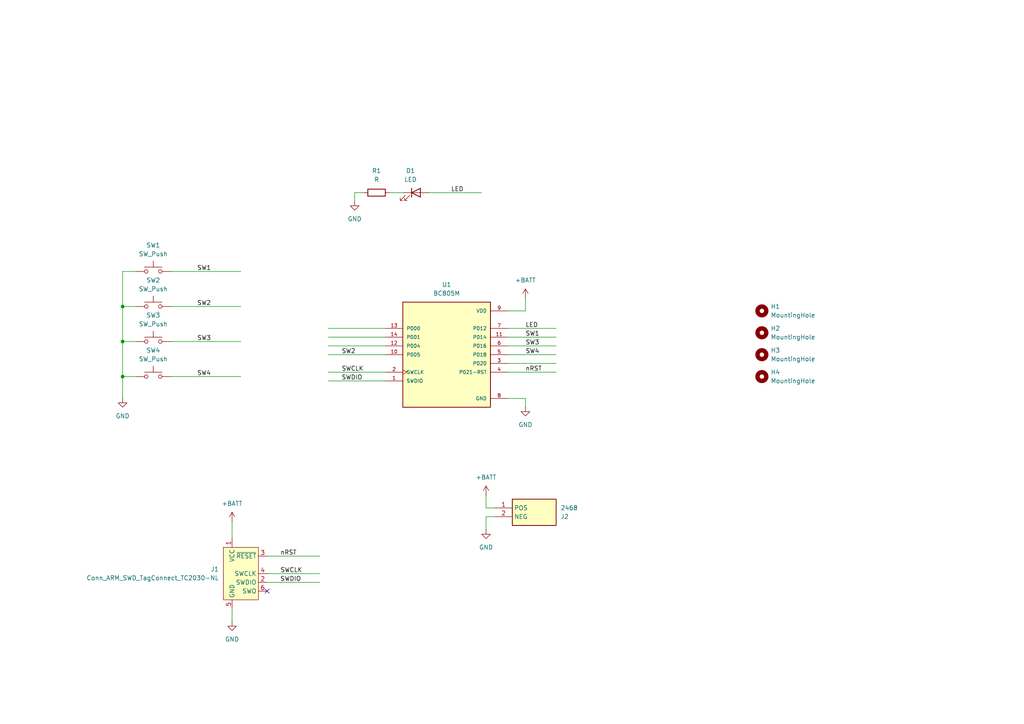
<source format=kicad_sch>
(kicad_sch (version 20231120) (generator "eeschema") (generator_version "8.0")
  (paper "A4")
  (lib_symbols
    (symbol "2468:2468"
      (property "Reference" "J" (at 19.05 7.62 0))
      (property "Value" "2468" (at 19.05 5.08 0))
      (symbol "2468_1_1"
        (rectangle (start 5.08 2.54) (end 17.78 -5.08) (stroke (width 0.254)) (fill (type background)))
        (pin passive line (at 0 -2.54 0) (length 5.08) (name "POS") (number "1"))
        (pin passive line (at 0 0 0) (length 5.08) (name "NEG") (number "2"))
      )
    )
    (symbol "BC805M:BC805M" (pin_names (offset 1.016))
      (property "Reference" "U" (at -12.7 16.002 0))
      (property "Value" "BC805M" (at -12.7 -17.78 0))
      (symbol "BC805M_0_0"
        (rectangle (start -12.7 -15.24) (end 12.7 15.24) (stroke (width 0.254)) (fill (type background)))
        (pin bidirectional line (at -17.78 -7.62 0) (length 5.08) (name "SWDIO") (number "1"))
        (pin bidirectional line (at -17.78 0 0) (length 5.08) (name "P005") (number "10"))
        (pin bidirectional line (at 17.78 5.08 180) (length 5.08) (name "P014") (number "11"))
        (pin bidirectional line (at -17.78 2.54 0) (length 5.08) (name "P004") (number "12"))
        (pin bidirectional line (at -17.78 7.62 0) (length 5.08) (name "P000") (number "13"))
        (pin bidirectional line (at -17.78 5.08 0) (length 5.08) (name "P001") (number "14"))
        (pin input clock (at -17.78 -5.08 0) (length 5.08) (name "SWCLK") (number "2"))
        (pin bidirectional line (at 17.78 -2.54 180) (length 5.08) (name "P020") (number "3"))
        (pin bidirectional line (at 17.78 -5.08 180) (length 5.08) (name "P021-RST") (number "4"))
        (pin bidirectional line (at 17.78 0 180) (length 5.08) (name "P018") (number "5"))
        (pin bidirectional line (at 17.78 2.54 180) (length 5.08) (name "P016") (number "6"))
        (pin bidirectional line (at 17.78 7.62 180) (length 5.08) (name "P012") (number "7"))
        (pin power_in line (at 17.78 -12.7 180) (length 5.08) (name "GND") (number "8"))
        (pin power_in line (at 17.78 12.7 180) (length 5.08) (name "VDD") (number "9"))
      )
    )
    (symbol "Connector:Conn_ARM_SWD_TagConnect_TC2030-NL" (in_bom no)
      (property "Reference" "J" (at 2.54 11.43 0))
      (property "Value" "Conn_ARM_SWD_TagConnect_TC2030-NL" (at 2.54 8.89 0))
      (symbol "Conn_ARM_SWD_TagConnect_TC2030-NL_0_0"
        (pin power_in line (at -2.54 10.16 270) (length 2.54) (name "VCC") (number "1"))
        (pin bidirectional line (at 7.62 -2.54 180) (length 2.54) (name "SWDIO") (number "2"))
        (pin open_collector line (at 7.62 5.08 180) (length 2.54) (name "~{RESET}") (number "3"))
        (pin output line (at 7.62 0 180) (length 2.54) (name "SWCLK") (number "4"))
        (pin power_in line (at -2.54 -10.16 90) (length 2.54) (name "GND") (number "5"))
        (pin input line (at 7.62 -5.08 180) (length 2.54) (name "SWO") (number "6"))
      )
      (symbol "Conn_ARM_SWD_TagConnect_TC2030-NL_0_1"
        (rectangle (start -5.08 7.62) (end 5.08 -7.62) (fill (type background)))
      )
    )
    (symbol "Device:LED" (pin_numbers hide) (pin_names (offset 1.016) hide)
      (property "Reference" "D" (at 0 2.54 0))
      (property "Value" "LED" (at 0 -2.54 0))
      (symbol "LED_0_1"
        (polyline (pts (xy -1.27 -1.27) (xy -1.27 1.27)) (stroke (width 0.254)))
        (polyline (pts (xy -1.27 0) (xy 1.27 0)))
        (polyline (pts (xy 1.27 -1.27) (xy 1.27 1.27) (xy -1.27 0) (xy 1.27 -1.27)) (stroke (width 0.254)))
        (polyline (pts (xy -3.048 -0.762) (xy -4.572 -2.286) (xy -3.81 -2.286) (xy -4.572 -2.286) (xy -4.572 -1.524)))
        (polyline (pts (xy -1.778 -0.762) (xy -3.302 -2.286) (xy -2.54 -2.286) (xy -3.302 -2.286) (xy -3.302 -1.524)))
      )
      (symbol "LED_1_1"
        (pin passive line (at -3.81 0 0) (length 2.54) (name "K") (number "1"))
        (pin passive line (at 3.81 0 180) (length 2.54) (name "A") (number "2"))
      )
    )
    (symbol "Device:R" (pin_numbers hide) (pin_names (offset 0))
      (property "Reference" "R" (at 2.032 0 90))
      (property "Value" "R" (at 0 0 90))
      (symbol "R_0_1"
        (rectangle (start -1.016 -2.54) (end 1.016 2.54) (stroke (width 0.254)))
      )
      (symbol "R_1_1"
        (pin passive line (at 0 3.81 270) (length 1.27) (name "~") (number "1"))
        (pin passive line (at 0 -3.81 90) (length 1.27) (name "~") (number "2"))
      )
    )
    (symbol "Mechanical:MountingHole" (pin_names (offset 1.016)) (exclude_from_sim yes) (in_bom no)
      (property "Reference" "H" (at 0 5.08 0))
      (property "Value" "MountingHole" (at 0 3.175 0))
      (symbol "MountingHole_0_1"
        (circle (center 0 0) (radius 1.27) (stroke (width 1.27)))
      )
    )
    (symbol "Switch:SW_Push" (pin_numbers hide) (pin_names (offset 1.016) hide)
      (property "Reference" "SW" (at 1.27 2.54 0))
      (property "Value" "SW_Push" (at 0 -1.524 0))
      (symbol "SW_Push_0_1"
        (circle (center -2.032 0) (radius 0.508))
        (polyline (pts (xy 0 1.27) (xy 0 3.048)))
        (polyline (pts (xy 2.54 1.27) (xy -2.54 1.27)))
        (circle (center 2.032 0) (radius 0.508))
        (pin passive line (at -5.08 0 0) (length 2.54) (name "1") (number "1"))
        (pin passive line (at 5.08 0 180) (length 2.54) (name "2") (number "2"))
      )
    )
    (symbol "power:+BATT" (power) (pin_numbers hide) (pin_names (offset 0) hide)
      (property "Value" "+BATT" (at 0 3.556 0))
      (symbol "+BATT_0_1"
        (polyline (pts (xy -0.762 1.27) (xy 0 2.54)))
        (polyline (pts (xy 0 0) (xy 0 2.54)))
        (polyline (pts (xy 0 2.54) (xy 0.762 1.27)))
      )
      (symbol "+BATT_1_1"
        (pin power_in line (at 0 0 90) (length 0) (name "~") (number "1"))
      )
    )
    (symbol "power:GND" (power) (pin_numbers hide) (pin_names (offset 0) hide)
      (property "Value" "GND" (at 0 -3.81 0))
      (symbol "GND_0_1"
        (polyline (pts (xy 0 0) (xy 0 -1.27) (xy 1.27 -1.27) (xy 0 -2.54) (xy -1.27 -1.27) (xy 0 -1.27)))
      )
      (symbol "GND_1_1"
        (pin power_in line (at 0 0 270) (length 0) (name "~") (number "1"))
      )
    )
  )
  (junction (at 35.56 99.06))
  (junction (at 35.56 109.22))
  (junction (at 35.56 88.9))
  (no_connect (at 77.47 171.45))
  (wire (pts (xy 95.25 95.25) (xy 111.76 95.25)))
  (wire (pts (xy 147.32 95.25) (xy 161.29 95.25)))
  (wire (pts (xy 35.56 99.06) (xy 35.56 109.22)))
  (wire (pts (xy 140.97 149.86) (xy 140.97 153.67)))
  (wire (pts (xy 49.53 109.22) (xy 69.85 109.22)))
  (wire (pts (xy 105.41 55.88) (xy 102.87 55.88)))
  (wire (pts (xy 147.32 97.79) (xy 161.29 97.79)))
  (wire (pts (xy 143.51 147.32) (xy 140.97 147.32)))
  (wire (pts (xy 143.51 149.86) (xy 140.97 149.86)))
  (wire (pts (xy 49.53 99.06) (xy 69.85 99.06)))
  (wire (pts (xy 95.25 107.95) (xy 111.76 107.95)))
  (wire (pts (xy 49.53 88.9) (xy 69.85 88.9)))
  (wire (pts (xy 147.32 115.57) (xy 152.4 115.57)))
  (wire (pts (xy 35.56 109.22) (xy 35.56 115.57)))
  (wire (pts (xy 140.97 147.32) (xy 140.97 143.51)))
  (wire (pts (xy 77.47 161.29) (xy 92.71 161.29)))
  (wire (pts (xy 152.4 86.36) (xy 152.4 90.17)))
  (wire (pts (xy 39.37 78.74) (xy 35.56 78.74)))
  (wire (pts (xy 102.87 55.88) (xy 102.87 58.42)))
  (wire (pts (xy 35.56 88.9) (xy 35.56 99.06)))
  (wire (pts (xy 49.53 78.74) (xy 69.85 78.74)))
  (wire (pts (xy 35.56 109.22) (xy 39.37 109.22)))
  (wire (pts (xy 95.25 102.87) (xy 111.76 102.87)))
  (wire (pts (xy 147.32 107.95) (xy 161.29 107.95)))
  (wire (pts (xy 35.56 99.06) (xy 39.37 99.06)))
  (wire (pts (xy 95.25 97.79) (xy 111.76 97.79)))
  (wire (pts (xy 147.32 102.87) (xy 161.29 102.87)))
  (wire (pts (xy 124.46 55.88) (xy 139.7 55.88)))
  (wire (pts (xy 147.32 105.41) (xy 161.29 105.41)))
  (wire (pts (xy 95.25 110.49) (xy 111.76 110.49)))
  (wire (pts (xy 67.31 180.34) (xy 67.31 176.53)))
  (wire (pts (xy 77.47 168.91) (xy 92.71 168.91)))
  (wire (pts (xy 77.47 166.37) (xy 92.71 166.37)))
  (wire (pts (xy 67.31 151.13) (xy 67.31 156.21)))
  (wire (pts (xy 147.32 100.33) (xy 161.29 100.33)))
  (wire (pts (xy 152.4 115.57) (xy 152.4 118.11)))
  (wire (pts (xy 95.25 100.33) (xy 111.76 100.33)))
  (wire (pts (xy 35.56 88.9) (xy 39.37 88.9)))
  (wire (pts (xy 152.4 90.17) (xy 147.32 90.17)))
  (wire (pts (xy 113.03 55.88) (xy 116.84 55.88)))
  (wire (pts (xy 35.56 78.74) (xy 35.56 88.9)))
  (label "nRST" (at 152.4 107.95 0))
  (label "SW2" (at 57.15 88.9 0))
  (label "SWCLK" (at 81.28 166.37 0))
  (label "SW2" (at 99.06 102.87 0))
  (label "LED" (at 152.4 95.25 0))
  (label "LED" (at 130.81 55.88 0))
  (label "SW1" (at 152.4 97.79 0))
  (label "SWDIO" (at 99.06 110.49 0))
  (label "SWCLK" (at 99.06 107.95 0))
  (label "SW3" (at 57.15 99.06 0))
  (label "nRST" (at 81.28 161.29 0))
  (label "SW4" (at 57.15 109.22 0))
  (label "SWDIO" (at 81.28 168.91 0))
  (label "SW3" (at 152.4 100.33 0))
  (label "SW1" (at 57.15 78.74 0))
  (label "SW4" (at 152.4 102.87 0))
  (symbol (lib_id "power:GND") (at 35.56 115.57 0) (unit 1)
    (property "Reference" "#PWR05" (effects (hide yes)))
    (property "Value" "GND" (at 35.56 120.65 0))
    (property "Description" "Power symbol creates a global label with name \"GND\" , ground" (effects (hide yes)))
  )
  (symbol (lib_id "Mechanical:MountingHole") (at 220.98 102.87 0) (unit 1) (exclude_from_sim yes) (in_bom no)
    (property "Reference" "H3" (at 223.52 101.5999 0) (effects (justify left)))
    (property "Value" "MountingHole" (at 223.52 104.1399 0) (effects (justify left)))
    (property "Footprint" "MountingHole:MountingHole_3.5mm" (effects (hide yes)))
    (property "Description" "Mounting Hole without connection" (effects (hide yes)))
  )
  (symbol (lib_id "Mechanical:MountingHole") (at 220.98 109.22 0) (unit 1) (exclude_from_sim yes) (in_bom no)
    (property "Reference" "H4" (at 223.52 107.9499 0) (effects (justify left)))
    (property "Value" "MountingHole" (at 223.52 110.4899 0) (effects (justify left)))
    (property "Footprint" "MountingHole:MountingHole_3.5mm" (effects (hide yes)))
    (property "Description" "Mounting Hole without connection" (effects (hide yes)))
  )
  (symbol (lib_id "power:+BATT") (at 152.4 86.36 0) (unit 1)
    (property "Reference" "#PWR04" (effects (hide yes)))
    (property "Value" "+BATT" (at 152.4 81.28 0))
    (property "Description" "Power symbol creates a global label with name \"+BATT\"" (effects (hide yes)))
  )
  (symbol (lib_id "power:GND") (at 152.4 118.11 0) (unit 1)
    (property "Reference" "#PWR02" (effects (hide yes)))
    (property "Value" "GND" (at 152.4 123.19 0))
    (property "Description" "Power symbol creates a global label with name \"GND\" , ground" (effects (hide yes)))
  )
  (symbol (lib_id "Connector:Conn_ARM_SWD_TagConnect_TC2030-NL") (at 69.85 166.37 0) (unit 1) (in_bom no)
    (property "Reference" "J1" (at 63.5 165.0999 0) (effects (justify right)))
    (property "Value" "Conn_ARM_SWD_TagConnect_TC2030-NL" (at 63.5 167.6399 0) (effects (justify right)))
    (property "Footprint" "Connector:Tag-Connect_TC2030-IDC-NL_2x03_P1.27mm_Vertical" (effects (hide yes)))
    (property "Datasheet" "https://www.tag-connect.com/wp-content/uploads/bsk-pdf-manager/TC2030-CTX_1.pdf" (effects (hide yes)))
    (property "Description" "Tag-Connect ARM Cortex SWD JTAG connector, 6 pin, no legs" (effects (hide yes)))
  )
  (symbol (lib_id "power:+BATT") (at 140.97 143.51 0) (unit 1)
    (property "Reference" "#PWR07" (effects (hide yes)))
    (property "Value" "+BATT" (at 140.97 138.43 0))
    (property "Description" "Power symbol creates a global label with name \"+BATT\"" (effects (hide yes)))
  )
  (symbol (lib_id "Switch:SW_Push") (at 44.45 109.22 0) (unit 1)
    (property "Reference" "SW4" (at 44.45 101.6 0))
    (property "Value" "SW_Push" (at 44.45 104.14 0))
    (property "Footprint" "Button_Switch_SMD:SW_SPST_PTS645" (effects (hide yes)))
    (property "Description" "Push button switch, generic, two pins" (effects (hide yes)))
  )
  (symbol (lib_id "BC805M:BC805M") (at 129.54 102.87 0) (unit 1)
    (property "Reference" "U1" (at 129.54 82.55 0))
    (property "Value" "BC805M" (at 129.54 85.09 0))
    (property "Footprint" "lib:XCVR_BC805M" (effects (hide yes)))
    (property "MF" "Fanstel Corp." (effects (hide yes)))
    (property "MAXIMUM_PACKAGE_HEIGHT" "1.9mm" (effects (hide yes)))
    (property "Package" "SMD-14 Fanstel Corp." (effects (hide yes)))
    (property "Price" "None" (effects (hide yes)))
    (property "Check_prices" "https://www.snapeda.com/parts/BC805M/Fanstel+Corp./view-part/?ref=eda" (effects (hide yes)))
    (property "STANDARD" "Manufacturer Recommendations" (effects (hide yes)))
    (property "PARTREV" "1.03" (effects (hide yes)))
    (property "SnapEDA_Link" "https://www.snapeda.com/parts/BC805M/Fanstel+Corp./view-part/?ref=snap" (effects (hide yes)))
    (property "MP" "BC805M" (effects (hide yes)))
    (property "Description_1" "\nBluetooth Bluetooth v5.2 Transceiver Module 2.4GHz PCB Trace Surface Mount\n" (effects (hide yes)))
    (property "MANUFACTURER" "Fanstel Corporation" (effects (hide yes)))
    (property "Availability" "In Stock" (effects (hide yes)))
    (property "SNAPEDA_PN" "BC805M" (effects (hide yes)))
  )
  (symbol (lib_id "2468:2468") (at 143.51 149.86 0) (mirror x) (unit 1)
    (property "Reference" "J2" (at 162.56 149.8601 0) (effects (justify left)))
    (property "Value" "2468" (at 162.56 147.3201 0) (effects (justify left)))
    (property "Footprint" "lib:2468" (effects (hide yes)))
    (property "Datasheet" "https://datasheet.datasheetarchive.com/originals/distributors/Datasheets-AE/DSA3AE00005.pdf" (effects (hide yes)))
    (property "Description" "Cylindrical Battery Contacts, Clips, Holders & Springs 2AAA PC MNT HOLDER" (effects (hide yes)))
    (property "Mouser Part Number" "534-2468" (effects (hide yes)))
    (property "Mouser Price/Stock" "https://www.mouser.co.uk/ProductDetail/Keystone-Electronics/2468?qs=3CbvriavsLAoISGi3MywrQ%3D%3D" (effects (hide yes)))
    (property "Manufacturer_Name" "Keystone Electronics" (effects (hide yes)))
    (property "Manufacturer_Part_Number" "2468" (effects (hide yes)))
  )
  (symbol (lib_id "power:GND") (at 102.87 58.42 0) (unit 1)
    (property "Reference" "#PWR06" (effects (hide yes)))
    (property "Value" "GND" (at 102.87 63.5 0))
    (property "Description" "Power symbol creates a global label with name \"GND\" , ground" (effects (hide yes)))
  )
  (symbol (lib_id "Device:LED") (at 120.65 55.88 0) (unit 1)
    (property "Reference" "D1" (at 119.0625 49.53 0))
    (property "Value" "LED" (at 119.0625 52.07 0))
    (property "Footprint" "LED_SMD:LED_0603_1608Metric" (effects (hide yes)))
    (property "Description" "Light emitting diode" (effects (hide yes)))
  )
  (symbol (lib_id "Device:R") (at 109.22 55.88 90) (unit 1)
    (property "Reference" "R1" (at 109.22 49.53 90))
    (property "Value" "R" (at 109.22 52.07 90))
    (property "Footprint" "Resistor_SMD:R_0603_1608Metric" (effects (hide yes)))
    (property "Description" "Resistor" (effects (hide yes)))
  )
  (symbol (lib_id "power:GND") (at 140.97 153.67 0) (unit 1)
    (property "Reference" "#PWR08" (effects (hide yes)))
    (property "Value" "GND" (at 140.97 158.75 0))
    (property "Description" "Power symbol creates a global label with name \"GND\" , ground" (effects (hide yes)))
  )
  (symbol (lib_id "Mechanical:MountingHole") (at 220.98 90.17 0) (unit 1) (exclude_from_sim yes) (in_bom no)
    (property "Reference" "H1" (at 223.52 88.8999 0) (effects (justify left)))
    (property "Value" "MountingHole" (at 223.52 91.4399 0) (effects (justify left)))
    (property "Footprint" "MountingHole:MountingHole_3.5mm" (effects (hide yes)))
    (property "Description" "Mounting Hole without connection" (effects (hide yes)))
  )
  (symbol (lib_id "power:GND") (at 67.31 180.34 0) (unit 1)
    (property "Reference" "#PWR01" (effects (hide yes)))
    (property "Value" "GND" (at 67.31 185.42 0))
    (property "Description" "Power symbol creates a global label with name \"GND\" , ground" (effects (hide yes)))
  )
  (symbol (lib_id "power:+BATT") (at 67.31 151.13 0) (unit 1)
    (property "Reference" "#PWR03" (effects (hide yes)))
    (property "Value" "+BATT" (at 67.31 146.05 0))
    (property "Description" "Power symbol creates a global label with name \"+BATT\"" (effects (hide yes)))
  )
  (symbol (lib_id "Switch:SW_Push") (at 44.45 78.74 0) (unit 1)
    (property "Reference" "SW1" (at 44.45 71.12 0))
    (property "Value" "SW_Push" (at 44.45 73.66 0))
    (property "Footprint" "Button_Switch_SMD:SW_SPST_PTS645" (effects (hide yes)))
    (property "Description" "Push button switch, generic, two pins" (effects (hide yes)))
  )
  (symbol (lib_id "Mechanical:MountingHole") (at 220.98 96.52 0) (unit 1) (exclude_from_sim yes) (in_bom no)
    (property "Reference" "H2" (at 223.52 95.2499 0) (effects (justify left)))
    (property "Value" "MountingHole" (at 223.52 97.7899 0) (effects (justify left)))
    (property "Footprint" "MountingHole:MountingHole_3.5mm" (effects (hide yes)))
    (property "Description" "Mounting Hole without connection" (effects (hide yes)))
  )
  (symbol (lib_id "Switch:SW_Push") (at 44.45 99.06 0) (unit 1)
    (property "Reference" "SW3" (at 44.45 91.44 0))
    (property "Value" "SW_Push" (at 44.45 93.98 0))
    (property "Footprint" "Button_Switch_SMD:SW_SPST_PTS645" (effects (hide yes)))
    (property "Description" "Push button switch, generic, two pins" (effects (hide yes)))
  )
  (symbol (lib_id "Switch:SW_Push") (at 44.45 88.9 0) (unit 1)
    (property "Reference" "SW2" (at 44.45 81.28 0))
    (property "Value" "SW_Push" (at 44.45 83.82 0))
    (property "Footprint" "Button_Switch_SMD:SW_SPST_PTS645" (effects (hide yes)))
    (property "Description" "Push button switch, generic, two pins" (effects (hide yes)))
  )
)
</source>
